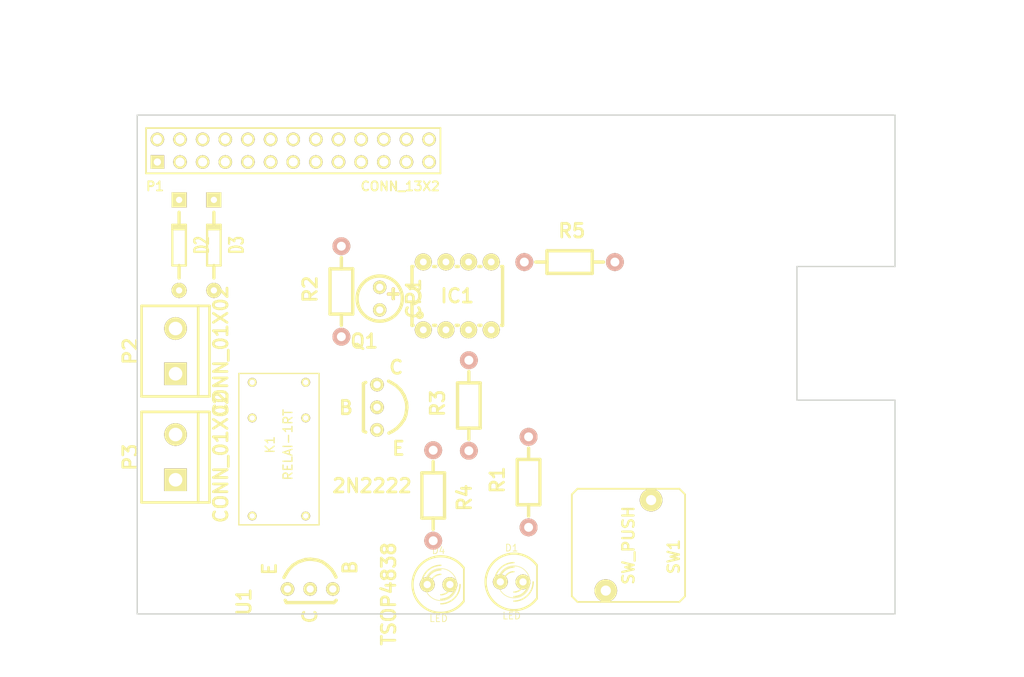
<source format=kicad_pcb>
(kicad_pcb (version 4) (host pcbnew "(2014-09-02 BZR 5112)-product")

  (general
    (links 25)
    (no_connects 25)
    (area 143.424999 124.924999 228.575001 181.075001)
    (thickness 1.6)
    (drawings 41)
    (tracks 0)
    (zones 0)
    (modules 18)
    (nets 41)
  )

  (page A3)
  (title_block
    (date "15 nov 2012")
  )

  (layers
    (0 F.Cu signal)
    (31 B.Cu signal)
    (32 B.Adhes user)
    (33 F.Adhes user)
    (34 B.Paste user)
    (35 F.Paste user)
    (36 B.SilkS user)
    (37 F.SilkS user)
    (38 B.Mask user)
    (39 F.Mask user)
    (40 Dwgs.User user)
    (41 Cmts.User user)
    (42 Eco1.User user)
    (43 Eco2.User user)
    (44 Edge.Cuts user)
  )

  (setup
    (last_trace_width 0.2)
    (trace_clearance 0.2)
    (zone_clearance 0.508)
    (zone_45_only no)
    (trace_min 0.1524)
    (segment_width 0.2)
    (edge_width 0.15)
    (via_size 0.9)
    (via_drill 0.6)
    (via_min_size 0.8)
    (via_min_drill 0.5)
    (uvia_size 0.5)
    (uvia_drill 0.1)
    (uvias_allowed no)
    (uvia_min_size 0.5)
    (uvia_min_drill 0.1)
    (pcb_text_width 0.3)
    (pcb_text_size 1 1)
    (mod_edge_width 0.15)
    (mod_text_size 1 1)
    (mod_text_width 0.15)
    (pad_size 1 1)
    (pad_drill 0.6)
    (pad_to_mask_clearance 0)
    (aux_axis_origin 143.5 181)
    (visible_elements 7FFFFFFF)
    (pcbplotparams
      (layerselection 0x00030_80000001)
      (usegerberextensions true)
      (excludeedgelayer true)
      (linewidth 0.150000)
      (plotframeref false)
      (viasonmask false)
      (mode 1)
      (useauxorigin false)
      (hpglpennumber 1)
      (hpglpenspeed 20)
      (hpglpendiameter 15)
      (hpglpenoverlay 2)
      (psnegative false)
      (psa4output false)
      (plotreference true)
      (plotvalue true)
      (plotinvisibletext false)
      (padsonsilk false)
      (subtractmaskfromsilk false)
      (outputformat 1)
      (mirror false)
      (drillshape 1)
      (scaleselection 1)
      (outputdirectory ""))
  )

  (net 0 "")
  (net 1 +3.3V)
  (net 2 +5V)
  (net 3 GND)
  (net 4 VCC)
  (net 5 "Net-(D1-Pad2)")
  (net 6 "Net-(D2-Pad1)")
  (net 7 "Net-(D2-Pad2)")
  (net 8 "Net-(D4-Pad1)")
  (net 9 "Net-(IC1-Pad1)")
  (net 10 "Net-(IC1-Pad2)")
  (net 11 "Net-(IC1-Pad3)")
  (net 12 /GPIO17)
  (net 13 "Net-(IC1-Pad6)")
  (net 14 "Net-(IC1-Pad7)")
  (net 15 "Net-(K1-Pad1)")
  (net 16 "Net-(K1-Pad4)")
  (net 17 "Net-(K1-Pad6)")
  (net 18 "/GPIO0(SDA)")
  (net 19 "Net-(P1-Pad4)")
  (net 20 "/GPIO1(SCL)")
  (net 21 /GPIO4)
  (net 22 /TXD)
  (net 23 "Net-(P1-Pad9)")
  (net 24 /RXD)
  (net 25 /GPIO18)
  (net 26 /GPIO21)
  (net 27 "Net-(P1-Pad14)")
  (net 28 /GPIO22)
  (net 29 /GPIO23)
  (net 30 "Net-(P1-Pad17)")
  (net 31 /GPIO24)
  (net 32 "/GPIO10(MOSI)")
  (net 33 "Net-(P1-Pad20)")
  (net 34 "/GPIO9(MISO)")
  (net 35 /GPIO25)
  (net 36 "/GPIO11(SCLK)")
  (net 37 "/GPIO8(CE0)")
  (net 38 "Net-(P1-Pad25)")
  (net 39 "/GPIO7(CE1)")
  (net 40 "Net-(Q1-Pad2)")

  (net_class Default "This is the default net class."
    (clearance 0.2)
    (trace_width 0.2)
    (via_dia 0.9)
    (via_drill 0.6)
    (uvia_dia 0.5)
    (uvia_drill 0.1)
    (add_net +3.3V)
    (add_net +5V)
    (add_net "/GPIO0(SDA)")
    (add_net "/GPIO1(SCL)")
    (add_net "/GPIO10(MOSI)")
    (add_net "/GPIO11(SCLK)")
    (add_net /GPIO17)
    (add_net /GPIO18)
    (add_net /GPIO21)
    (add_net /GPIO22)
    (add_net /GPIO23)
    (add_net /GPIO24)
    (add_net /GPIO25)
    (add_net /GPIO4)
    (add_net "/GPIO7(CE1)")
    (add_net "/GPIO8(CE0)")
    (add_net "/GPIO9(MISO)")
    (add_net /RXD)
    (add_net /TXD)
    (add_net GND)
    (add_net "Net-(D1-Pad2)")
    (add_net "Net-(D2-Pad1)")
    (add_net "Net-(D2-Pad2)")
    (add_net "Net-(D4-Pad1)")
    (add_net "Net-(IC1-Pad1)")
    (add_net "Net-(IC1-Pad2)")
    (add_net "Net-(IC1-Pad3)")
    (add_net "Net-(IC1-Pad6)")
    (add_net "Net-(IC1-Pad7)")
    (add_net "Net-(K1-Pad1)")
    (add_net "Net-(K1-Pad4)")
    (add_net "Net-(K1-Pad6)")
    (add_net "Net-(P1-Pad14)")
    (add_net "Net-(P1-Pad17)")
    (add_net "Net-(P1-Pad20)")
    (add_net "Net-(P1-Pad25)")
    (add_net "Net-(P1-Pad4)")
    (add_net "Net-(P1-Pad9)")
    (add_net "Net-(Q1-Pad2)")
    (add_net VCC)
  )

  (net_class Power ""
    (clearance 0.2)
    (trace_width 0.5)
    (via_dia 1)
    (via_drill 0.7)
    (uvia_dia 0.5)
    (uvia_drill 0.1)
  )

  (module pin_array_13x2 (layer F.Cu) (tedit 50A55E7A) (tstamp 50A55DA3)
    (at 161 129)
    (descr "Double rangee de contacts 2 x 12 pins")
    (tags CONN)
    (path /50A55ABA)
    (fp_text reference P1 (at -15.5 4) (layer F.SilkS)
      (effects (font (size 1.016 1.016) (thickness 0.2032)))
    )
    (fp_text value CONN_13X2 (at 12 4) (layer F.SilkS)
      (effects (font (size 1.016 1.016) (thickness 0.2032)))
    )
    (fp_line (start -16.51 2.54) (end 16.51 2.54) (layer F.SilkS) (width 0.2032))
    (fp_line (start 16.51 -2.54) (end -16.51 -2.54) (layer F.SilkS) (width 0.2032))
    (fp_line (start -16.51 -2.54) (end -16.51 2.54) (layer F.SilkS) (width 0.2032))
    (fp_line (start 16.51 2.54) (end 16.51 -2.54) (layer F.SilkS) (width 0.2032))
    (pad 1 thru_hole rect (at -15.24 1.27) (size 1.524 1.524) (drill 0.8128) (layers *.Cu *.Mask F.SilkS)
      (net 1 +3.3V))
    (pad 2 thru_hole circle (at -15.24 -1.27) (size 1.524 1.524) (drill 1.016) (layers *.Cu *.Mask F.SilkS)
      (net 2 +5V))
    (pad 3 thru_hole circle (at -12.7 1.27) (size 1.524 1.524) (drill 1.016) (layers *.Cu *.Mask F.SilkS)
      (net 18 "/GPIO0(SDA)"))
    (pad 4 thru_hole circle (at -12.7 -1.27) (size 1.524 1.524) (drill 1.016) (layers *.Cu *.Mask F.SilkS)
      (net 19 "Net-(P1-Pad4)"))
    (pad 5 thru_hole circle (at -10.16 1.27) (size 1.524 1.524) (drill 1.016) (layers *.Cu *.Mask F.SilkS)
      (net 20 "/GPIO1(SCL)"))
    (pad 6 thru_hole circle (at -10.16 -1.27) (size 1.524 1.524) (drill 1.016) (layers *.Cu *.Mask F.SilkS)
      (net 3 GND))
    (pad 7 thru_hole circle (at -7.62 1.27) (size 1.524 1.524) (drill 1.016) (layers *.Cu *.Mask F.SilkS)
      (net 21 /GPIO4))
    (pad 8 thru_hole circle (at -7.62 -1.27) (size 1.524 1.524) (drill 1.016) (layers *.Cu *.Mask F.SilkS)
      (net 22 /TXD))
    (pad 9 thru_hole circle (at -5.08 1.27) (size 1.524 1.524) (drill 1.016) (layers *.Cu *.Mask F.SilkS)
      (net 23 "Net-(P1-Pad9)"))
    (pad 10 thru_hole circle (at -5.08 -1.27) (size 1.524 1.524) (drill 1.016) (layers *.Cu *.Mask F.SilkS)
      (net 24 /RXD))
    (pad 11 thru_hole circle (at -2.54 1.27) (size 1.524 1.524) (drill 1.016) (layers *.Cu *.Mask F.SilkS)
      (net 12 /GPIO17))
    (pad 12 thru_hole circle (at -2.54 -1.27) (size 1.524 1.524) (drill 1.016) (layers *.Cu *.Mask F.SilkS)
      (net 25 /GPIO18))
    (pad 13 thru_hole circle (at 0 1.27) (size 1.524 1.524) (drill 1.016) (layers *.Cu *.Mask F.SilkS)
      (net 26 /GPIO21))
    (pad 14 thru_hole circle (at 0 -1.27) (size 1.524 1.524) (drill 1.016) (layers *.Cu *.Mask F.SilkS)
      (net 27 "Net-(P1-Pad14)"))
    (pad 15 thru_hole circle (at 2.54 1.27) (size 1.524 1.524) (drill 1.016) (layers *.Cu *.Mask F.SilkS)
      (net 28 /GPIO22))
    (pad 16 thru_hole circle (at 2.54 -1.27) (size 1.524 1.524) (drill 1.016) (layers *.Cu *.Mask F.SilkS)
      (net 29 /GPIO23))
    (pad 17 thru_hole circle (at 5.08 1.27) (size 1.524 1.524) (drill 1.016) (layers *.Cu *.Mask F.SilkS)
      (net 30 "Net-(P1-Pad17)"))
    (pad 18 thru_hole circle (at 5.08 -1.27) (size 1.524 1.524) (drill 1.016) (layers *.Cu *.Mask F.SilkS)
      (net 31 /GPIO24))
    (pad 19 thru_hole circle (at 7.62 1.27) (size 1.524 1.524) (drill 1.016) (layers *.Cu *.Mask F.SilkS)
      (net 32 "/GPIO10(MOSI)"))
    (pad 20 thru_hole circle (at 7.62 -1.27) (size 1.524 1.524) (drill 1.016) (layers *.Cu *.Mask F.SilkS)
      (net 33 "Net-(P1-Pad20)"))
    (pad 21 thru_hole circle (at 10.16 1.27) (size 1.524 1.524) (drill 1.016) (layers *.Cu *.Mask F.SilkS)
      (net 34 "/GPIO9(MISO)"))
    (pad 22 thru_hole circle (at 10.16 -1.27) (size 1.524 1.524) (drill 1.016) (layers *.Cu *.Mask F.SilkS)
      (net 35 /GPIO25))
    (pad 23 thru_hole circle (at 12.7 1.27) (size 1.524 1.524) (drill 1.016) (layers *.Cu *.Mask F.SilkS)
      (net 36 "/GPIO11(SCLK)"))
    (pad 24 thru_hole circle (at 12.7 -1.27) (size 1.524 1.524) (drill 1.016) (layers *.Cu *.Mask F.SilkS)
      (net 37 "/GPIO8(CE0)"))
    (pad 25 thru_hole circle (at 15.24 1.27) (size 1.524 1.524) (drill 1.016) (layers *.Cu *.Mask F.SilkS)
      (net 38 "Net-(P1-Pad25)"))
    (pad 26 thru_hole circle (at 15.24 -1.27) (size 1.524 1.524) (drill 1.016) (layers *.Cu *.Mask F.SilkS)
      (net 39 "/GPIO7(CE1)"))
    (model pin_array/pins_array_13x2.wrl
      (at (xyz 0 0 0))
      (scale (xyz 1 1 1))
      (rotate (xyz 0 0 0))
    )
  )

  (module Capacitors_Elko_ThroughHole:Elko_vert_DM5_RM2-5 (layer F.Cu) (tedit 5426D252) (tstamp 5426D27A)
    (at 170.7 145.6 270)
    (descr "Electrolytic Capacitor, vertical, diameter 5mm, radial, RM 2,5mm")
    (tags "Electrolytic Capacitor, vertical, diameter 5mm, radial, RM 2,5mm, Elko, Electrolytkondensator, Kondensator gepolt, Durchmesser 5mm")
    (path /5426CB77)
    (fp_text reference CP1 (at 0 -3.81 270) (layer F.SilkS)
      (effects (font (thickness 0.3048)))
    )
    (fp_text value 100n (at 0 3.81 270) (layer F.SilkS) hide
      (effects (font (thickness 0.3048)))
    )
    (fp_line (start -1.0668 -1.524) (end 0 -1.524) (layer F.Cu) (width 0.381))
    (fp_line (start -0.508 -2.032) (end -0.508 -0.9906) (layer F.Cu) (width 0.381))
    (fp_line (start 0 -1.524) (end -1.0668 -1.524) (layer F.SilkS) (width 0.381))
    (fp_line (start -0.508 -2.032) (end -0.508 -0.9906) (layer F.SilkS) (width 0.381))
    (fp_circle (center 0 0) (end 2.54 0) (layer F.SilkS) (width 0.381))
    (pad 2 thru_hole circle (at 1.27 0 270) (size 1.50114 1.50114) (drill 0.8001) (layers *.Cu *.Mask F.SilkS)
      (net 3 GND))
    (pad 1 thru_hole circle (at -1.27 0 270) (size 1.50114 1.50114) (drill 0.8001) (layers *.Cu *.Mask F.SilkS)
      (net 4 VCC))
  )

  (module LEDs:LED-5MM (layer F.Cu) (tedit 5426D252) (tstamp 5426D280)
    (at 185.5 177.4)
    (descr "LED 5mm - Lead pitch 100mil (2,54mm)")
    (tags "LED led 5mm 5MM 100mil 2,54mm")
    (path /5426B6CE)
    (fp_text reference D1 (at 0 -3.81) (layer F.SilkS)
      (effects (font (size 0.762 0.762) (thickness 0.0889)))
    )
    (fp_text value LED (at 0 3.81) (layer F.SilkS)
      (effects (font (size 0.762 0.762) (thickness 0.0889)))
    )
    (fp_line (start 2.8448 1.905) (end 2.8448 -1.905) (layer F.SilkS) (width 0.2032))
    (fp_circle (center 0.254 0) (end -1.016 1.27) (layer F.SilkS) (width 0.0762))
    (fp_arc (start 0.254 0) (end 2.794 1.905) (angle 286.2) (layer F.SilkS) (width 0.254))
    (fp_arc (start 0.254 0) (end -0.889 0) (angle 90) (layer F.SilkS) (width 0.1524))
    (fp_arc (start 0.254 0) (end 1.397 0) (angle 90) (layer F.SilkS) (width 0.1524))
    (fp_arc (start 0.254 0) (end -1.397 0) (angle 90) (layer F.SilkS) (width 0.1524))
    (fp_arc (start 0.254 0) (end 1.905 0) (angle 90) (layer F.SilkS) (width 0.1524))
    (fp_arc (start 0.254 0) (end -1.905 0) (angle 90) (layer F.SilkS) (width 0.1524))
    (fp_arc (start 0.254 0) (end 2.413 0) (angle 90) (layer F.SilkS) (width 0.1524))
    (pad 1 thru_hole circle (at -1.27 0) (size 1.6764 1.6764) (drill 0.8128) (layers *.Cu *.Mask F.SilkS)
      (net 4 VCC))
    (pad 2 thru_hole circle (at 1.27 0) (size 1.6764 1.6764) (drill 0.8128) (layers *.Cu *.Mask F.SilkS)
      (net 5 "Net-(D1-Pad2)"))
    (model discret/leds/led5_vertical_verde.wrl
      (at (xyz 0 0 0))
      (scale (xyz 1 1 1))
      (rotate (xyz 0 0 0))
    )
  )

  (module Diodes_ThroughHole:Diode_DO-35_SOD27_Horizontal_RM10 (layer F.Cu) (tedit 5426D252) (tstamp 5426D286)
    (at 148.2 139.6 90)
    (descr "Diode, DO-35,  SOD27, Horizontal, RM 10mm")
    (tags "Diode, DO-35, SOD27, Horizontal, RM 10mm, 1N4148,")
    (path /5426B597)
    (fp_text reference D2 (at 0 2.54 90) (layer F.SilkS)
      (effects (font (size 1.524 1.016) (thickness 0.254)))
    )
    (fp_text value DIODE (at -1.016 -3.556 90) (layer F.SilkS) hide
      (effects (font (size 1.524 1.016) (thickness 0.254)))
    )
    (fp_line (start -2.286 0) (end -3.683 0) (layer F.SilkS) (width 0.381))
    (fp_line (start 2.159 0) (end 3.683 0) (layer F.SilkS) (width 0.381))
    (fp_line (start 1.778 -0.762) (end 1.778 0.762) (layer F.SilkS) (width 0.254))
    (fp_line (start 2.032 -0.762) (end 2.032 0.762) (layer F.SilkS) (width 0.254))
    (fp_line (start 2.286 0) (end 2.286 0.762) (layer F.SilkS) (width 0.254))
    (fp_line (start 2.286 0.762) (end -2.286 0.762) (layer F.SilkS) (width 0.254))
    (fp_line (start -2.286 0.762) (end -2.286 -0.762) (layer F.SilkS) (width 0.254))
    (fp_line (start -2.286 -0.762) (end 2.286 -0.762) (layer F.SilkS) (width 0.254))
    (fp_line (start 2.286 -0.762) (end 2.286 0) (layer F.SilkS) (width 0.254))
    (pad 1 thru_hole circle (at -5.08 0 90) (size 1.69926 1.69926) (drill 0.70104) (layers *.Cu *.Mask F.SilkS)
      (net 6 "Net-(D2-Pad1)"))
    (pad 2 thru_hole rect (at 5.08 0 90) (size 1.69926 1.69926) (drill 0.70104) (layers *.Cu *.Mask F.SilkS)
      (net 7 "Net-(D2-Pad2)"))
    (model discret/diode.wrl
      (at (xyz 0 0 0))
      (scale (xyz 0.4 0.4 0.4))
      (rotate (xyz 0 0 0))
    )
  )

  (module Diodes_ThroughHole:Diode_DO-35_SOD27_Horizontal_RM10 (layer F.Cu) (tedit 5426D252) (tstamp 5426D28C)
    (at 152.1 139.6 90)
    (descr "Diode, DO-35,  SOD27, Horizontal, RM 10mm")
    (tags "Diode, DO-35, SOD27, Horizontal, RM 10mm, 1N4148,")
    (path /5426B508)
    (fp_text reference D3 (at 0 2.54 90) (layer F.SilkS)
      (effects (font (size 1.524 1.016) (thickness 0.254)))
    )
    (fp_text value DIODE (at -1.016 -3.556 90) (layer F.SilkS) hide
      (effects (font (size 1.524 1.016) (thickness 0.254)))
    )
    (fp_line (start -2.286 0) (end -3.683 0) (layer F.SilkS) (width 0.381))
    (fp_line (start 2.159 0) (end 3.683 0) (layer F.SilkS) (width 0.381))
    (fp_line (start 1.778 -0.762) (end 1.778 0.762) (layer F.SilkS) (width 0.254))
    (fp_line (start 2.032 -0.762) (end 2.032 0.762) (layer F.SilkS) (width 0.254))
    (fp_line (start 2.286 0) (end 2.286 0.762) (layer F.SilkS) (width 0.254))
    (fp_line (start 2.286 0.762) (end -2.286 0.762) (layer F.SilkS) (width 0.254))
    (fp_line (start -2.286 0.762) (end -2.286 -0.762) (layer F.SilkS) (width 0.254))
    (fp_line (start -2.286 -0.762) (end 2.286 -0.762) (layer F.SilkS) (width 0.254))
    (fp_line (start 2.286 -0.762) (end 2.286 0) (layer F.SilkS) (width 0.254))
    (pad 1 thru_hole circle (at -5.08 0 90) (size 1.69926 1.69926) (drill 0.70104) (layers *.Cu *.Mask F.SilkS)
      (net 7 "Net-(D2-Pad2)"))
    (pad 2 thru_hole rect (at 5.08 0 90) (size 1.69926 1.69926) (drill 0.70104) (layers *.Cu *.Mask F.SilkS)
      (net 4 VCC))
    (model discret/diode.wrl
      (at (xyz 0 0 0))
      (scale (xyz 0.4 0.4 0.4))
      (rotate (xyz 0 0 0))
    )
  )

  (module LEDs:LED-5MM (layer F.Cu) (tedit 5426D252) (tstamp 5426D292)
    (at 177.3 177.7)
    (descr "LED 5mm - Lead pitch 100mil (2,54mm)")
    (tags "LED led 5mm 5MM 100mil 2,54mm")
    (path /5426BBAE)
    (fp_text reference D4 (at 0 -3.81) (layer F.SilkS)
      (effects (font (size 0.762 0.762) (thickness 0.0889)))
    )
    (fp_text value LED (at 0 3.81) (layer F.SilkS)
      (effects (font (size 0.762 0.762) (thickness 0.0889)))
    )
    (fp_line (start 2.8448 1.905) (end 2.8448 -1.905) (layer F.SilkS) (width 0.2032))
    (fp_circle (center 0.254 0) (end -1.016 1.27) (layer F.SilkS) (width 0.0762))
    (fp_arc (start 0.254 0) (end 2.794 1.905) (angle 286.2) (layer F.SilkS) (width 0.254))
    (fp_arc (start 0.254 0) (end -0.889 0) (angle 90) (layer F.SilkS) (width 0.1524))
    (fp_arc (start 0.254 0) (end 1.397 0) (angle 90) (layer F.SilkS) (width 0.1524))
    (fp_arc (start 0.254 0) (end -1.397 0) (angle 90) (layer F.SilkS) (width 0.1524))
    (fp_arc (start 0.254 0) (end 1.905 0) (angle 90) (layer F.SilkS) (width 0.1524))
    (fp_arc (start 0.254 0) (end -1.905 0) (angle 90) (layer F.SilkS) (width 0.1524))
    (fp_arc (start 0.254 0) (end 2.413 0) (angle 90) (layer F.SilkS) (width 0.1524))
    (pad 1 thru_hole circle (at -1.27 0) (size 1.6764 1.6764) (drill 0.8128) (layers *.Cu *.Mask F.SilkS)
      (net 8 "Net-(D4-Pad1)"))
    (pad 2 thru_hole circle (at 1.27 0) (size 1.6764 1.6764) (drill 0.8128) (layers *.Cu *.Mask F.SilkS)
      (net 3 GND))
    (model discret/leds/led5_vertical_verde.wrl
      (at (xyz 0 0 0))
      (scale (xyz 1 1 1))
      (rotate (xyz 0 0 0))
    )
  )

  (module Power_Integrations:PDIP-8 (layer F.Cu) (tedit 5426D252) (tstamp 5426D29E)
    (at 179.4 145.3)
    (descr "PDIP-8 Standard 300mil 8pin Dual In Line Package")
    (tags "Power Integrations P Package")
    (path /5426B366)
    (fp_text reference IC1 (at 0 0) (layer F.SilkS)
      (effects (font (thickness 0.3048)))
    )
    (fp_text value ATTINY25-P (at 0 0) (layer F.SilkS) hide
      (effects (font (thickness 0.3048)))
    )
    (fp_line (start -5.08 0.889) (end -5.08 3.302) (layer F.SilkS) (width 0.381))
    (fp_line (start -5.08 -0.889) (end -5.08 -3.302) (layer F.SilkS) (width 0.381))
    (fp_arc (start -5.08 0) (end -4.191 0) (angle 90) (layer F.SilkS) (width 0.381))
    (fp_arc (start -5.08 0) (end -5.08 -0.889) (angle 90) (layer F.SilkS) (width 0.381))
    (fp_circle (center -4.191 2.159) (end -3.937 2.159) (layer F.SilkS) (width 0.381))
    (fp_line (start 5.08 3.302) (end 4.953 3.302) (layer F.SilkS) (width 0.381))
    (fp_line (start 2.413 3.302) (end 2.667 3.302) (layer F.SilkS) (width 0.381))
    (fp_line (start -0.127 3.302) (end 0.127 3.302) (layer F.SilkS) (width 0.381))
    (fp_line (start -2.667 3.302) (end -2.413 3.302) (layer F.SilkS) (width 0.381))
    (fp_line (start -5.08 3.302) (end -4.953 3.302) (layer F.SilkS) (width 0.381))
    (fp_line (start -5.08 -3.302) (end -4.953 -3.302) (layer F.SilkS) (width 0.381))
    (fp_line (start 5.08 -3.302) (end 4.953 -3.302) (layer F.SilkS) (width 0.381))
    (fp_line (start 2.413 -3.302) (end 2.667 -3.302) (layer F.SilkS) (width 0.381))
    (fp_line (start -0.127 -3.302) (end 0.127 -3.302) (layer F.SilkS) (width 0.381))
    (fp_line (start -2.667 -3.302) (end -2.413 -3.302) (layer F.SilkS) (width 0.381))
    (fp_line (start 5.08 3.302) (end 5.08 -3.302) (layer F.SilkS) (width 0.381))
    (pad 1 thru_hole circle (at -3.81 3.81) (size 1.905 1.905) (drill 0.762) (layers *.Cu *.Mask F.SilkS)
      (net 9 "Net-(IC1-Pad1)"))
    (pad 2 thru_hole circle (at -1.27 3.81) (size 1.905 1.905) (drill 0.762) (layers *.Cu *.Mask F.SilkS)
      (net 10 "Net-(IC1-Pad2)"))
    (pad 3 thru_hole circle (at 1.27 3.81) (size 1.905 1.905) (drill 0.762) (layers *.Cu *.Mask F.SilkS)
      (net 11 "Net-(IC1-Pad3)"))
    (pad 4 thru_hole circle (at 3.81 3.81) (size 1.905 1.905) (drill 0.762) (layers *.Cu *.Mask F.SilkS)
      (net 3 GND))
    (pad 5 thru_hole circle (at 3.81 -3.81) (size 1.905 1.905) (drill 0.762) (layers *.Cu *.Mask F.SilkS)
      (net 12 /GPIO17))
    (pad 6 thru_hole circle (at 1.27 -3.81) (size 1.905 1.905) (drill 0.762) (layers *.Cu *.Mask F.SilkS)
      (net 13 "Net-(IC1-Pad6)"))
    (pad 7 thru_hole circle (at -1.27 -3.81) (size 1.905 1.905) (drill 0.762) (layers *.Cu *.Mask F.SilkS)
      (net 14 "Net-(IC1-Pad7)"))
    (pad 8 thru_hole circle (at -3.81 -3.81) (size 1.905 1.905) (drill 0.762) (layers *.Cu *.Mask F.SilkS)
      (net 4 VCC))
  )

  (module "relay:Relay V23040" (layer F.Cu) (tedit 5426D05D) (tstamp 5426D2A8)
    (at 159.4 159 90)
    (path /5426BF4B)
    (fp_text reference K1 (at -3 -1 90) (layer F.SilkS)
      (effects (font (size 1 1) (thickness 0.15)))
    )
    (fp_text value RELAI-1RT (at -3 1 90) (layer F.SilkS)
      (effects (font (size 1 1) (thickness 0.15)))
    )
    (fp_line (start 5 4.5) (end 5 -4.5) (layer F.SilkS) (width 0.15))
    (fp_line (start 5 -4.5) (end -12 -4.5) (layer F.SilkS) (width 0.15))
    (fp_line (start -12 -4.5) (end -12 4.5) (layer F.SilkS) (width 0.15))
    (fp_line (start -12 4.5) (end 5 4.5) (layer F.SilkS) (width 0.15))
    (pad 1 thru_hole circle (at 0 3 90) (size 1 1) (drill 0.6) (layers *.Cu *.Mask F.SilkS)
      (net 15 "Net-(K1-Pad1)"))
    (pad 2 thru_hole circle (at 0 -3 90) (size 1 1) (drill 0.6) (layers *.Cu *.Mask F.SilkS)
      (net 6 "Net-(D2-Pad1)"))
    (pad 3 thru_hole circle (at -11 -3 90) (size 1 1) (drill 0.6) (layers *.Cu *.Mask F.SilkS))
    (pad 4 thru_hole circle (at 4 3 90) (size 1 1) (drill 0.6) (layers *.Cu *.Mask F.SilkS)
      (net 16 "Net-(K1-Pad4)"))
    (pad 5 thru_hole circle (at -11 3 90) (size 1 1) (drill 0.6) (layers *.Cu *.Mask F.SilkS)
      (net 6 "Net-(D2-Pad1)"))
    (pad 6 thru_hole circle (at 4 -3 90) (size 1 1) (drill 0.6) (layers *.Cu *.Mask F.SilkS)
      (net 17 "Net-(K1-Pad6)"))
  )

  (module Connect:bornier2 (layer F.Cu) (tedit 5426D252) (tstamp 5426D2AE)
    (at 147.8 151.5 90)
    (descr "Bornier d'alimentation 2 pins")
    (tags DEV)
    (path /5426B5DD)
    (fp_text reference P2 (at 0 -5.08 90) (layer F.SilkS)
      (effects (font (thickness 0.3048)))
    )
    (fp_text value CONN_01X02 (at 0 5.08 90) (layer F.SilkS)
      (effects (font (thickness 0.3048)))
    )
    (fp_line (start 5.08 2.54) (end -5.08 2.54) (layer F.SilkS) (width 0.3048))
    (fp_line (start 5.08 3.81) (end 5.08 -3.81) (layer F.SilkS) (width 0.3048))
    (fp_line (start 5.08 -3.81) (end -5.08 -3.81) (layer F.SilkS) (width 0.3048))
    (fp_line (start -5.08 -3.81) (end -5.08 3.81) (layer F.SilkS) (width 0.3048))
    (fp_line (start -5.08 3.81) (end 5.08 3.81) (layer F.SilkS) (width 0.3048))
    (pad 1 thru_hole rect (at -2.54 0 90) (size 2.54 2.54) (drill 1.524) (layers *.Cu *.Mask F.SilkS)
      (net 3 GND))
    (pad 2 thru_hole circle (at 2.54 0 90) (size 2.54 2.54) (drill 1.524) (layers *.Cu *.Mask F.SilkS)
      (net 6 "Net-(D2-Pad1)"))
    (model Device/bornier_2.wrl
      (at (xyz 0 0 0))
      (scale (xyz 1 1 1))
      (rotate (xyz 0 0 0))
    )
  )

  (module Connect:bornier2 (layer F.Cu) (tedit 5426D252) (tstamp 5426D2B4)
    (at 147.8 163.4 90)
    (descr "Bornier d'alimentation 2 pins")
    (tags DEV)
    (path /5426E90D)
    (fp_text reference P3 (at 0 -5.08 90) (layer F.SilkS)
      (effects (font (thickness 0.3048)))
    )
    (fp_text value CONN_01X02 (at 0 5.08 90) (layer F.SilkS)
      (effects (font (thickness 0.3048)))
    )
    (fp_line (start 5.08 2.54) (end -5.08 2.54) (layer F.SilkS) (width 0.3048))
    (fp_line (start 5.08 3.81) (end 5.08 -3.81) (layer F.SilkS) (width 0.3048))
    (fp_line (start 5.08 -3.81) (end -5.08 -3.81) (layer F.SilkS) (width 0.3048))
    (fp_line (start -5.08 -3.81) (end -5.08 3.81) (layer F.SilkS) (width 0.3048))
    (fp_line (start -5.08 3.81) (end 5.08 3.81) (layer F.SilkS) (width 0.3048))
    (pad 1 thru_hole rect (at -2.54 0 90) (size 2.54 2.54) (drill 1.524) (layers *.Cu *.Mask F.SilkS)
      (net 17 "Net-(K1-Pad6)"))
    (pad 2 thru_hole circle (at 2.54 0 90) (size 2.54 2.54) (drill 1.524) (layers *.Cu *.Mask F.SilkS)
      (net 3 GND))
    (model Device/bornier_2.wrl
      (at (xyz 0 0 0))
      (scale (xyz 1 1 1))
      (rotate (xyz 0 0 0))
    )
  )

  (module Housings_TO-92:TO-92-Bipolar-inline-wide-CBE (layer F.Cu) (tedit 5426D252) (tstamp 5426D2BB)
    (at 170.4 157.8)
    (descr "TO-92 Bipolar inline wide Drill 0,8mm CBE")
    (tags "TO-92 Bipolar inline wide Drill 0,8mm CBE")
    (path /5426B8E9)
    (fp_text reference Q1 (at -1.4351 -7.4168) (layer F.SilkS)
      (effects (font (thickness 0.3048)))
    )
    (fp_text value 2N2222 (at -0.5588 8.8138) (layer F.SilkS)
      (effects (font (thickness 0.3048)))
    )
    (fp_line (start -1.524 2.667) (end -1.27 2.794) (layer F.SilkS) (width 0.381))
    (fp_line (start -1.524 -2.667) (end -1.27 -2.794) (layer F.SilkS) (width 0.381))
    (fp_line (start 1.2954 -2.9337) (end 1.6637 -2.7305) (layer F.SilkS) (width 0.381))
    (fp_line (start 1.6637 -2.7305) (end 2.1463 -2.4257) (layer F.SilkS) (width 0.381))
    (fp_line (start 2.1463 -2.4257) (end 2.6543 -1.9431) (layer F.SilkS) (width 0.381))
    (fp_line (start 2.6543 -1.9431) (end 3.048 -1.3081) (layer F.SilkS) (width 0.381))
    (fp_line (start 3.048 -1.3081) (end 3.302 -0.5588) (layer F.SilkS) (width 0.381))
    (fp_line (start 3.302 -0.5588) (end 3.3528 0.0254) (layer F.SilkS) (width 0.381))
    (fp_line (start 3.3528 0.0254) (end 3.2385 0.8382) (layer F.SilkS) (width 0.381))
    (fp_line (start 3.2385 0.8382) (end 3.048 1.3589) (layer F.SilkS) (width 0.381))
    (fp_line (start 3.048 1.3589) (end 2.6543 1.9177) (layer F.SilkS) (width 0.381))
    (fp_line (start 2.6543 1.9177) (end 2.1971 2.3876) (layer F.SilkS) (width 0.381))
    (fp_line (start 2.1971 2.3876) (end 1.7653 2.6797) (layer F.SilkS) (width 0.381))
    (fp_line (start 1.7653 2.6797) (end 1.3335 2.8956) (layer F.SilkS) (width 0.381))
    (fp_text user E (at 2.413 4.6228) (layer F.SilkS)
      (effects (font (size 1.50114 1.50114) (thickness 0.29972)))
    )
    (fp_text user B (at -3.4925 0.0508) (layer F.SilkS)
      (effects (font (size 1.50114 1.50114) (thickness 0.29972)))
    )
    (fp_text user C (at 2.1463 -4.4831) (layer F.SilkS)
      (effects (font (size 1.50114 1.50114) (thickness 0.29972)))
    )
    (fp_line (start -1.524 -2.667) (end -1.524 2.667) (layer F.SilkS) (width 0.381))
    (pad B thru_hole circle (at 0 0) (size 1.524 1.524) (drill 0.8128) (layers *.Cu *.Mask F.SilkS))
    (pad E thru_hole circle (at 0 2.54) (size 1.524 1.524) (drill 0.8128) (layers *.Cu *.Mask F.SilkS))
    (pad C thru_hole circle (at 0 -2.54) (size 1.524 1.524) (drill 0.8128) (layers *.Cu *.Mask F.SilkS))
  )

  (module Resistors_ThroughHole:Resistor_Horizontal_RM10mm (layer F.Cu) (tedit 53F56209) (tstamp 5426D2C1)
    (at 187.4 166.2 90)
    (descr "Resistor, Axial,  RM 10mm, 1/3W,")
    (tags "Resistor, Axial, RM 10mm, 1/3W,")
    (path /5426B743)
    (fp_text reference R1 (at 0.24892 -3.50012 90) (layer F.SilkS)
      (effects (font (thickness 0.3048)))
    )
    (fp_text value 100 (at 3.81 3.81 90) (layer F.SilkS) hide
      (effects (font (size 1.50114 1.50114) (thickness 0.20066)))
    )
    (fp_line (start -2.54 -1.27) (end 2.54 -1.27) (layer F.SilkS) (width 0.381))
    (fp_line (start 2.54 -1.27) (end 2.54 1.27) (layer F.SilkS) (width 0.381))
    (fp_line (start 2.54 1.27) (end -2.54 1.27) (layer F.SilkS) (width 0.381))
    (fp_line (start -2.54 1.27) (end -2.54 -1.27) (layer F.SilkS) (width 0.381))
    (fp_line (start -2.54 0) (end -3.81 0) (layer F.SilkS) (width 0.381))
    (fp_line (start 2.54 0) (end 3.81 0) (layer F.SilkS) (width 0.381))
    (pad 1 thru_hole circle (at -5.08 0 90) (size 1.99898 1.99898) (drill 1.00076) (layers *.Cu *.SilkS *.Mask)
      (net 5 "Net-(D1-Pad2)"))
    (pad 2 thru_hole circle (at 5.08 0 90) (size 1.99898 1.99898) (drill 1.00076) (layers *.Cu *.SilkS *.Mask)
      (net 3 GND))
    (model discret/resistor_10mm.wrl
      (at (xyz 0 0 0))
      (scale (xyz 0.4 0.4 0.4))
      (rotate (xyz 0 0 0))
    )
  )

  (module Resistors_ThroughHole:Resistor_Horizontal_RM10mm (layer F.Cu) (tedit 53F56209) (tstamp 5426D2C7)
    (at 166.4 144.8 90)
    (descr "Resistor, Axial,  RM 10mm, 1/3W,")
    (tags "Resistor, Axial, RM 10mm, 1/3W,")
    (path /5426BA35)
    (fp_text reference R2 (at 0.24892 -3.50012 90) (layer F.SilkS)
      (effects (font (thickness 0.3048)))
    )
    (fp_text value 30K (at 3.81 3.81 90) (layer F.SilkS) hide
      (effects (font (size 1.50114 1.50114) (thickness 0.20066)))
    )
    (fp_line (start -2.54 -1.27) (end 2.54 -1.27) (layer F.SilkS) (width 0.381))
    (fp_line (start 2.54 -1.27) (end 2.54 1.27) (layer F.SilkS) (width 0.381))
    (fp_line (start 2.54 1.27) (end -2.54 1.27) (layer F.SilkS) (width 0.381))
    (fp_line (start -2.54 1.27) (end -2.54 -1.27) (layer F.SilkS) (width 0.381))
    (fp_line (start -2.54 0) (end -3.81 0) (layer F.SilkS) (width 0.381))
    (fp_line (start 2.54 0) (end 3.81 0) (layer F.SilkS) (width 0.381))
    (pad 1 thru_hole circle (at -5.08 0 90) (size 1.99898 1.99898) (drill 1.00076) (layers *.Cu *.SilkS *.Mask)
      (net 9 "Net-(IC1-Pad1)"))
    (pad 2 thru_hole circle (at 5.08 0 90) (size 1.99898 1.99898) (drill 1.00076) (layers *.Cu *.SilkS *.Mask)
      (net 4 VCC))
    (model discret/resistor_10mm.wrl
      (at (xyz 0 0 0))
      (scale (xyz 0.4 0.4 0.4))
      (rotate (xyz 0 0 0))
    )
  )

  (module Resistors_ThroughHole:Resistor_Horizontal_RM10mm (layer F.Cu) (tedit 53F56209) (tstamp 5426D2CD)
    (at 180.7 157.6 90)
    (descr "Resistor, Axial,  RM 10mm, 1/3W,")
    (tags "Resistor, Axial, RM 10mm, 1/3W,")
    (path /5426B945)
    (fp_text reference R3 (at 0.24892 -3.50012 90) (layer F.SilkS)
      (effects (font (thickness 0.3048)))
    )
    (fp_text value 1K (at 3.81 3.81 90) (layer F.SilkS) hide
      (effects (font (size 1.50114 1.50114) (thickness 0.20066)))
    )
    (fp_line (start -2.54 -1.27) (end 2.54 -1.27) (layer F.SilkS) (width 0.381))
    (fp_line (start 2.54 -1.27) (end 2.54 1.27) (layer F.SilkS) (width 0.381))
    (fp_line (start 2.54 1.27) (end -2.54 1.27) (layer F.SilkS) (width 0.381))
    (fp_line (start -2.54 1.27) (end -2.54 -1.27) (layer F.SilkS) (width 0.381))
    (fp_line (start -2.54 0) (end -3.81 0) (layer F.SilkS) (width 0.381))
    (fp_line (start 2.54 0) (end 3.81 0) (layer F.SilkS) (width 0.381))
    (pad 1 thru_hole circle (at -5.08 0 90) (size 1.99898 1.99898) (drill 1.00076) (layers *.Cu *.SilkS *.Mask)
      (net 40 "Net-(Q1-Pad2)"))
    (pad 2 thru_hole circle (at 5.08 0 90) (size 1.99898 1.99898) (drill 1.00076) (layers *.Cu *.SilkS *.Mask)
      (net 11 "Net-(IC1-Pad3)"))
    (model discret/resistor_10mm.wrl
      (at (xyz 0 0 0))
      (scale (xyz 0.4 0.4 0.4))
      (rotate (xyz 0 0 0))
    )
  )

  (module Resistors_ThroughHole:Resistor_Horizontal_RM10mm (layer F.Cu) (tedit 53F56209) (tstamp 5426D2D3)
    (at 176.7 167.7 270)
    (descr "Resistor, Axial,  RM 10mm, 1/3W,")
    (tags "Resistor, Axial, RM 10mm, 1/3W,")
    (path /5426BB78)
    (fp_text reference R4 (at 0.24892 -3.50012 270) (layer F.SilkS)
      (effects (font (thickness 0.3048)))
    )
    (fp_text value 100 (at 3.81 3.81 270) (layer F.SilkS) hide
      (effects (font (size 1.50114 1.50114) (thickness 0.20066)))
    )
    (fp_line (start -2.54 -1.27) (end 2.54 -1.27) (layer F.SilkS) (width 0.381))
    (fp_line (start 2.54 -1.27) (end 2.54 1.27) (layer F.SilkS) (width 0.381))
    (fp_line (start 2.54 1.27) (end -2.54 1.27) (layer F.SilkS) (width 0.381))
    (fp_line (start -2.54 1.27) (end -2.54 -1.27) (layer F.SilkS) (width 0.381))
    (fp_line (start -2.54 0) (end -3.81 0) (layer F.SilkS) (width 0.381))
    (fp_line (start 2.54 0) (end 3.81 0) (layer F.SilkS) (width 0.381))
    (pad 1 thru_hole circle (at -5.08 0 270) (size 1.99898 1.99898) (drill 1.00076) (layers *.Cu *.SilkS *.Mask)
      (net 10 "Net-(IC1-Pad2)"))
    (pad 2 thru_hole circle (at 5.08 0 270) (size 1.99898 1.99898) (drill 1.00076) (layers *.Cu *.SilkS *.Mask)
      (net 8 "Net-(D4-Pad1)"))
    (model discret/resistor_10mm.wrl
      (at (xyz 0 0 0))
      (scale (xyz 0.4 0.4 0.4))
      (rotate (xyz 0 0 0))
    )
  )

  (module Resistors_ThroughHole:Resistor_Horizontal_RM10mm (layer F.Cu) (tedit 53F56209) (tstamp 5426D2D9)
    (at 192 141.5)
    (descr "Resistor, Axial,  RM 10mm, 1/3W,")
    (tags "Resistor, Axial, RM 10mm, 1/3W,")
    (path /5426C2EF)
    (fp_text reference R5 (at 0.24892 -3.50012) (layer F.SilkS)
      (effects (font (thickness 0.3048)))
    )
    (fp_text value 1K (at 3.81 3.81) (layer F.SilkS) hide
      (effects (font (size 1.50114 1.50114) (thickness 0.20066)))
    )
    (fp_line (start -2.54 -1.27) (end 2.54 -1.27) (layer F.SilkS) (width 0.381))
    (fp_line (start 2.54 -1.27) (end 2.54 1.27) (layer F.SilkS) (width 0.381))
    (fp_line (start 2.54 1.27) (end -2.54 1.27) (layer F.SilkS) (width 0.381))
    (fp_line (start -2.54 1.27) (end -2.54 -1.27) (layer F.SilkS) (width 0.381))
    (fp_line (start -2.54 0) (end -3.81 0) (layer F.SilkS) (width 0.381))
    (fp_line (start 2.54 0) (end 3.81 0) (layer F.SilkS) (width 0.381))
    (pad 1 thru_hole circle (at -5.08 0) (size 1.99898 1.99898) (drill 1.00076) (layers *.Cu *.SilkS *.Mask)
      (net 12 /GPIO17))
    (pad 2 thru_hole circle (at 5.08 0) (size 1.99898 1.99898) (drill 1.00076) (layers *.Cu *.SilkS *.Mask)
      (net 3 GND))
    (model discret/resistor_10mm.wrl
      (at (xyz 0 0 0))
      (scale (xyz 0.4 0.4 0.4))
      (rotate (xyz 0 0 0))
    )
  )

  (module Discret:SW_PUSH (layer F.Cu) (tedit 5426D252) (tstamp 5426D2DF)
    (at 198.6 173.3 270)
    (descr "Bouton poussoir")
    (tags "SWITCH DEV")
    (path /5426BC6C)
    (autoplace_cost180 10)
    (fp_text reference SW1 (at 1.27 -5.08 270) (layer F.SilkS)
      (effects (font (size 1.27 1.27) (thickness 0.254)))
    )
    (fp_text value SW_PUSH (at 0 0 270) (layer F.SilkS)
      (effects (font (size 1.27 1.27) (thickness 0.254)))
    )
    (fp_line (start 6.35 -5.715) (end 6.35 5.715) (layer F.SilkS) (width 0.2032))
    (fp_line (start 6.35 5.715) (end 5.715 6.35) (layer F.SilkS) (width 0.2032))
    (fp_line (start 5.715 6.35) (end -5.715 6.35) (layer F.SilkS) (width 0.2032))
    (fp_line (start -5.715 6.35) (end -6.35 5.715) (layer F.SilkS) (width 0.2032))
    (fp_line (start -6.35 5.715) (end -6.35 -5.715) (layer F.SilkS) (width 0.2032))
    (fp_line (start -5.715 -6.35) (end 5.715 -6.35) (layer F.SilkS) (width 0.2032))
    (fp_line (start 5.715 -6.35) (end 6.35 -5.715) (layer F.SilkS) (width 0.2032))
    (fp_line (start -6.35 -5.715) (end -5.715 -6.35) (layer F.SilkS) (width 0.2032))
    (pad 1 thru_hole circle (at -5.08 -2.54 270) (size 2.54 2.54) (drill 1.143) (layers *.Cu *.Mask F.SilkS)
      (net 13 "Net-(IC1-Pad6)"))
    (pad 2 thru_hole circle (at 5.08 2.54 270) (size 2.54 2.54) (drill 1.143) (layers *.Cu *.Mask F.SilkS)
      (net 3 GND))
    (model device/switch_push.wrl
      (at (xyz 0 0 0))
      (scale (xyz 1 1 1))
      (rotate (xyz 0 0 0))
    )
  )

  (module Housings_TO-92:TO-92-Bipolar-inline-wide-ECB (layer F.Cu) (tedit 5426D252) (tstamp 5426D2E6)
    (at 162.9 178.2 90)
    (descr "TO-92 Bipolar inline wide Drill 0,8mm ECB")
    (tags "TO-92 Bipolar inline wide Drill 0,8mm ECB")
    (path /542709A2)
    (fp_text reference U1 (at -1.4351 -7.4168 90) (layer F.SilkS)
      (effects (font (thickness 0.3048)))
    )
    (fp_text value TSOP4838 (at -0.5588 8.8138 90) (layer F.SilkS)
      (effects (font (thickness 0.3048)))
    )
    (fp_line (start -1.524 2.667) (end -1.27 2.921) (layer F.SilkS) (width 0.381))
    (fp_line (start -1.524 -2.667) (end -1.27 -2.794) (layer F.SilkS) (width 0.381))
    (fp_line (start 1.2954 -2.9337) (end 1.6637 -2.7305) (layer F.SilkS) (width 0.381))
    (fp_line (start 1.6637 -2.7305) (end 2.1463 -2.4257) (layer F.SilkS) (width 0.381))
    (fp_line (start 2.1463 -2.4257) (end 2.6543 -1.9431) (layer F.SilkS) (width 0.381))
    (fp_line (start 2.6543 -1.9431) (end 3.048 -1.3081) (layer F.SilkS) (width 0.381))
    (fp_line (start 3.048 -1.3081) (end 3.302 -0.5588) (layer F.SilkS) (width 0.381))
    (fp_line (start 3.302 -0.5588) (end 3.3528 0.0254) (layer F.SilkS) (width 0.381))
    (fp_line (start 3.3528 0.0254) (end 3.2385 0.8382) (layer F.SilkS) (width 0.381))
    (fp_line (start 3.2385 0.8382) (end 3.048 1.3589) (layer F.SilkS) (width 0.381))
    (fp_line (start 3.048 1.3589) (end 2.6543 1.9177) (layer F.SilkS) (width 0.381))
    (fp_line (start 2.6543 1.9177) (end 2.1971 2.3876) (layer F.SilkS) (width 0.381))
    (fp_line (start 2.1971 2.3876) (end 1.7653 2.6797) (layer F.SilkS) (width 0.381))
    (fp_line (start 1.7653 2.6797) (end 1.3335 2.8956) (layer F.SilkS) (width 0.381))
    (fp_text user E (at 2.2606 -4.5593 90) (layer F.SilkS)
      (effects (font (size 1.50114 1.50114) (thickness 0.29972)))
    )
    (fp_text user B (at 2.413 4.4704 90) (layer F.SilkS)
      (effects (font (size 1.50114 1.50114) (thickness 0.29972)))
    )
    (fp_text user C (at -3.0734 -0.0254 90) (layer F.SilkS)
      (effects (font (size 1.50114 1.50114) (thickness 0.29972)))
    )
    (fp_line (start -1.524 -2.667) (end -1.524 2.667) (layer F.SilkS) (width 0.381))
    (pad C thru_hole circle (at 0 0 90) (size 1.524 1.524) (drill 0.8128) (layers *.Cu *.Mask F.SilkS))
    (pad B thru_hole circle (at 0 2.54 90) (size 1.524 1.524) (drill 0.8128) (layers *.Cu *.Mask F.SilkS))
    (pad E thru_hole circle (at 0 -2.54 90) (size 1.524 1.524) (drill 0.8128) (layers *.Cu *.Mask F.SilkS))
  )

  (gr_text "RASPBERRY-PI ADDON BOARD\nVIEW FROM TOP\nNOTE: P1 SHOULD BE FITTED ON THE REVERSE OF THE BOARD" (at 144 183.5) (layer Dwgs.User)
    (effects (font (size 2 1.7) (thickness 0.12)) (justify left))
  )
  (dimension 56 (width 0.12) (layer Dwgs.User)
    (gr_text "56.000 mm" (at 132 153 90) (layer Dwgs.User)
      (effects (font (size 1 1) (thickness 0.12)))
    )
    (feature1 (pts (xy 143.5 125) (xy 131 125)))
    (feature2 (pts (xy 143.5 181) (xy 131 181)))
    (crossbar (pts (xy 133 181) (xy 133 125)))
    (arrow1a (pts (xy 133 125) (xy 133.58642 126.126503)))
    (arrow1b (pts (xy 133 125) (xy 132.41358 126.126503)))
    (arrow2a (pts (xy 133 181) (xy 133.58642 179.873497)))
    (arrow2b (pts (xy 133 181) (xy 132.41358 179.873497)))
  )
  (dimension 85 (width 0.12) (layer Dwgs.User)
    (gr_text "85.000 mm" (at 186 113.000001) (layer Dwgs.User)
      (effects (font (size 1 1) (thickness 0.12)))
    )
    (feature1 (pts (xy 228.5 125) (xy 228.5 112.000001)))
    (feature2 (pts (xy 143.5 125) (xy 143.5 112.000001)))
    (crossbar (pts (xy 143.5 114.000001) (xy 228.5 114.000001)))
    (arrow1a (pts (xy 228.5 114.000001) (xy 227.373497 114.586421)))
    (arrow1b (pts (xy 228.5 114.000001) (xy 227.373497 113.413581)))
    (arrow2a (pts (xy 143.5 114.000001) (xy 144.626503 114.586421)))
    (arrow2b (pts (xy 143.5 114.000001) (xy 144.626503 113.413581)))
  )
  (gr_text "RCA\nREMOVE WITH\nSTD HEADERS\n!NO TH ABOVE!" (at 188.5 118) (layer Dwgs.User)
    (effects (font (size 1 1) (thickness 0.12)))
  )
  (gr_text "1/8\" JACK\nOK WITH STD\nHEADERS\n!NO TH ABOVE!" (at 207.5 118) (layer Dwgs.User)
    (effects (font (size 1 1) (thickness 0.12)))
  )
  (gr_line (start 228.5 142) (end 228.5 125) (angle 90) (layer Edge.Cuts) (width 0.15))
  (gr_line (start 217.5 142) (end 228.5 142) (angle 90) (layer Edge.Cuts) (width 0.15))
  (gr_line (start 217.5 157) (end 217.5 142) (angle 90) (layer Edge.Cuts) (width 0.15))
  (gr_line (start 228.5 157) (end 217.5 157) (angle 90) (layer Edge.Cuts) (width 0.15))
  (gr_line (start 228.5 181) (end 228.5 157) (angle 90) (layer Edge.Cuts) (width 0.15))
  (gr_text "DOUBLE USB\nCUTOUT FOR ALL\nBOARDS" (at 236.5 149) (layer Dwgs.User)
    (effects (font (size 1 1) (thickness 0.12)))
  )
  (gr_text "RJ45\nCUTOUT FOR STD\nHEADERS\n!NO TH ABOVE!" (at 236.5 170) (layer Dwgs.User)
    (effects (font (size 1 1) (thickness 0.12)))
  )
  (gr_line (start 207.5 181) (end 228.5 162) (angle 90) (layer Dwgs.User) (width 0.2))
  (gr_line (start 207.5 162) (end 228.5 181) (angle 90) (layer Dwgs.User) (width 0.2))
  (gr_line (start 207.5 162) (end 228.5 162) (angle 90) (layer Dwgs.User) (width 0.2))
  (gr_line (start 207.5 181) (end 207.5 162) (angle 90) (layer Dwgs.User) (width 0.2))
  (gr_line (start 228.5 181) (end 207.5 181) (angle 90) (layer Dwgs.User) (width 0.2))
  (gr_line (start 228.5 162) (end 228.5 181) (angle 90) (layer Dwgs.User) (width 0.2))
  (gr_line (start 217.5 157) (end 228.5 142) (angle 90) (layer Dwgs.User) (width 0.2))
  (gr_line (start 217.5 142) (end 228.5 157) (angle 90) (layer Dwgs.User) (width 0.2))
  (gr_line (start 217.5 142) (end 228.5 142) (angle 90) (layer Dwgs.User) (width 0.2))
  (gr_line (start 217.5 157) (end 217.5 142) (angle 90) (layer Dwgs.User) (width 0.2))
  (gr_line (start 228.5 157) (end 217.5 157) (angle 90) (layer Dwgs.User) (width 0.2))
  (gr_line (start 228.5 142) (end 228.5 157) (angle 90) (layer Dwgs.User) (width 0.2))
  (gr_line (start 182.5 125) (end 194.5 139) (angle 90) (layer Dwgs.User) (width 0.2))
  (gr_line (start 182.5 139) (end 194.5 125) (angle 90) (layer Dwgs.User) (width 0.2))
  (gr_line (start 194.5 139) (end 194.5 138) (angle 90) (layer Dwgs.User) (width 0.2))
  (gr_line (start 182.5 139) (end 194.5 139) (angle 90) (layer Dwgs.User) (width 0.2))
  (gr_line (start 182.5 138) (end 182.5 139) (angle 90) (layer Dwgs.User) (width 0.2))
  (gr_line (start 214.5 125) (end 200.5 138) (angle 90) (layer Dwgs.User) (width 0.2))
  (gr_line (start 200.5 125) (end 214.5 138) (angle 90) (layer Dwgs.User) (width 0.2))
  (gr_line (start 200.5 138) (end 200.5 125) (angle 90) (layer Dwgs.User) (width 0.2))
  (gr_line (start 214.5 138) (end 200.5 138) (angle 90) (layer Dwgs.User) (width 0.2))
  (gr_line (start 214.5 125) (end 214.5 138) (angle 90) (layer Dwgs.User) (width 0.2))
  (gr_line (start 200.5 125) (end 214.5 125) (angle 90) (layer Dwgs.User) (width 0.2))
  (gr_line (start 194.5 125) (end 182.5 125) (angle 90) (layer Dwgs.User) (width 0.2))
  (gr_line (start 194.5 138) (end 194.5 125) (angle 90) (layer Dwgs.User) (width 0.2))
  (gr_line (start 182.5 125) (end 182.5 138) (angle 90) (layer Dwgs.User) (width 0.2))
  (gr_line (start 228.5 125) (end 143.5 125) (angle 90) (layer Edge.Cuts) (width 0.15))
  (gr_line (start 143.5 181) (end 228.5 181) (angle 90) (layer Edge.Cuts) (width 0.15))
  (gr_line (start 143.5 125) (end 143.5 181) (angle 90) (layer Edge.Cuts) (width 0.15))

)

</source>
